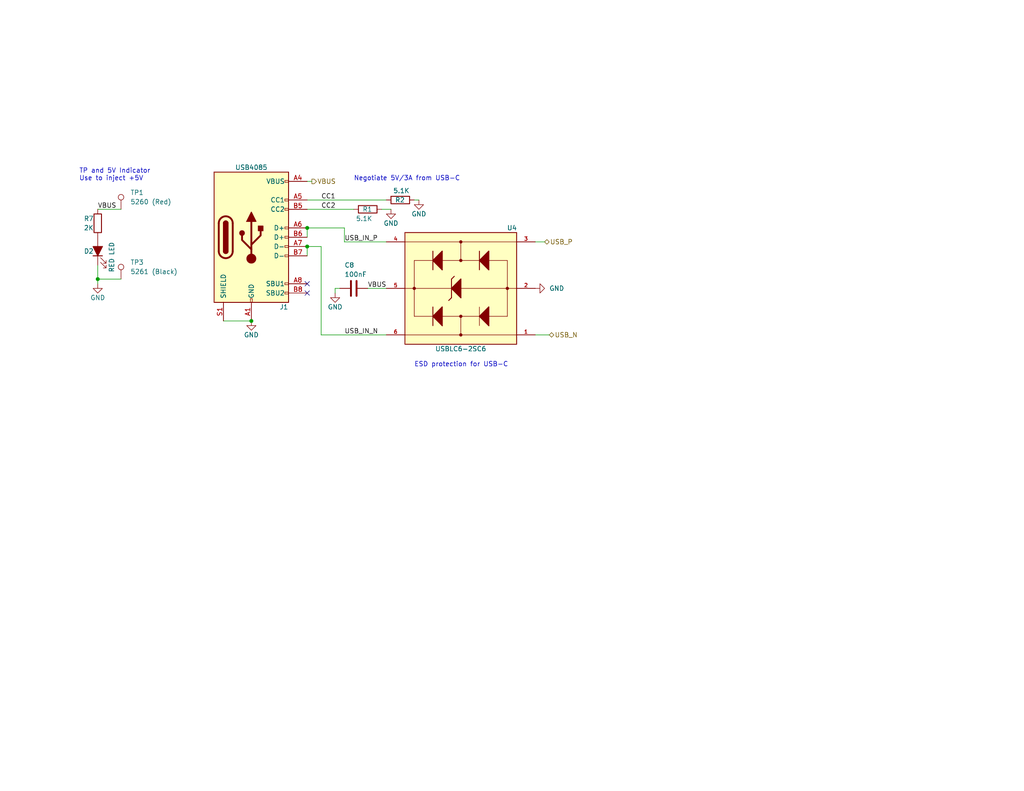
<source format=kicad_sch>
(kicad_sch (version 20230121) (generator eeschema)
  (paper "USLetter")
  (title_block (title "RGB LED Driver Demo Board") (date "2024-01-01") (rev "A01") (company "The Art and Science of PCB Design"))
  (lib_symbols
    (symbol "Connector:TestPoint" (pin_numbers hide) (pin_names (offset 0.762) hide)
      (property "Reference" "TP" (at 0 6.858 0))
      (property "Value" "TestPoint" (at 0 5.08 0))
      (symbol "TestPoint_0_1"
        (circle (center 0 3.302) (radius 0.762))
      )
      (symbol "TestPoint_1_1"
        (pin passive line (at 0 0 90) (length 2.54) (name "1") (number "1"))
      )
    )
    (symbol "Connector:USB_C_Receptacle_USB2.0" (pin_names (offset 1.016))
      (property "Reference" "J" (at -10.16 19.05 0))
      (property "Value" "USB_C_Receptacle_USB2.0" (at 19.05 19.05 0))
      (symbol "USB_C_Receptacle_USB2.0_0_0"
        (rectangle (start -0.254 -17.78) (end 0.254 -16.764))
        (rectangle (start 10.16 -14.986) (end 9.144 -15.494))
        (rectangle (start 10.16 -12.446) (end 9.144 -12.954))
        (rectangle (start 10.16 -4.826) (end 9.144 -5.334))
        (rectangle (start 10.16 -2.286) (end 9.144 -2.794))
        (rectangle (start 10.16 0.254) (end 9.144 -0.254))
        (rectangle (start 10.16 2.794) (end 9.144 2.286))
        (rectangle (start 10.16 7.874) (end 9.144 7.366))
        (rectangle (start 10.16 10.414) (end 9.144 9.906))
        (rectangle (start 10.16 15.494) (end 9.144 14.986))
      )
      (symbol "USB_C_Receptacle_USB2.0_0_1"
        (rectangle (start -10.16 17.78) (end 10.16 -17.78) (stroke (width 0.254)) (fill (type background)))
        (arc (start -8.89 -3.81) (mid -6.985 -5.7067) (end -5.08 -3.81) (stroke (width 0.508)))
        (arc (start -7.62 -3.81) (mid -6.985 -4.4423) (end -6.35 -3.81) (stroke (width 0.254)))
        (arc (start -7.62 -3.81) (mid -6.985 -4.4423) (end -6.35 -3.81) (stroke (width 0.254)) (fill (type outline)))
        (rectangle (start -7.62 -3.81) (end -6.35 3.81) (stroke (width 0.254)) (fill (type outline)))
        (arc (start -6.35 3.81) (mid -6.985 4.4423) (end -7.62 3.81) (stroke (width 0.254)))
        (arc (start -6.35 3.81) (mid -6.985 4.4423) (end -7.62 3.81) (stroke (width 0.254)) (fill (type outline)))
        (arc (start -5.08 3.81) (mid -6.985 5.7067) (end -8.89 3.81) (stroke (width 0.508)))
        (circle (center -2.54 1.143) (radius 0.635) (stroke (width 0.254)) (fill (type outline)))
        (circle (center 0 -5.842) (radius 1.27) (fill (type outline)))
        (polyline (pts (xy -8.89 -3.81) (xy -8.89 3.81)) (stroke (width 0.508)))
        (polyline (pts (xy -5.08 3.81) (xy -5.08 -3.81)) (stroke (width 0.508)))
        (polyline (pts (xy 0 -5.842) (xy 0 4.318)) (stroke (width 0.508)))
        (polyline (pts (xy 0 -3.302) (xy -2.54 -0.762) (xy -2.54 0.508)) (stroke (width 0.508)))
        (polyline (pts (xy 0 -2.032) (xy 2.54 0.508) (xy 2.54 1.778)) (stroke (width 0.508)))
        (polyline (pts (xy -1.27 4.318) (xy 0 6.858) (xy 1.27 4.318) (xy -1.27 4.318)) (stroke (width 0.254)) (fill (type outline)))
        (rectangle (start 1.905 1.778) (end 3.175 3.048) (stroke (width 0.254)) (fill (type outline)))
      )
      (symbol "USB_C_Receptacle_USB2.0_1_1"
        (pin passive line (at 0 -22.86 90) (length 5.08) (name "GND") (number "A1"))
        (pin passive line (at 0 -22.86 90) (length 5.08) hide (name "GND") (number "A12"))
        (pin passive line (at 15.24 15.24 180) (length 5.08) (name "VBUS") (number "A4"))
        (pin bidirectional line (at 15.24 10.16 180) (length 5.08) (name "CC1") (number "A5"))
        (pin bidirectional line (at 15.24 2.54 180) (length 5.08) (name "D+") (number "A6"))
        (pin bidirectional line (at 15.24 -2.54 180) (length 5.08) (name "D-") (number "A7"))
        (pin bidirectional line (at 15.24 -12.7 180) (length 5.08) (name "SBU1") (number "A8"))
        (pin passive line (at 15.24 15.24 180) (length 5.08) hide (name "VBUS") (number "A9"))
        (pin passive line (at 0 -22.86 90) (length 5.08) hide (name "GND") (number "B1"))
        (pin passive line (at 0 -22.86 90) (length 5.08) hide (name "GND") (number "B12"))
        (pin passive line (at 15.24 15.24 180) (length 5.08) hide (name "VBUS") (number "B4"))
        (pin bidirectional line (at 15.24 7.62 180) (length 5.08) (name "CC2") (number "B5"))
        (pin bidirectional line (at 15.24 0 180) (length 5.08) (name "D+") (number "B6"))
        (pin bidirectional line (at 15.24 -5.08 180) (length 5.08) (name "D-") (number "B7"))
        (pin bidirectional line (at 15.24 -15.24 180) (length 5.08) (name "SBU2") (number "B8"))
        (pin passive line (at 15.24 15.24 180) (length 5.08) hide (name "VBUS") (number "B9"))
        (pin passive line (at -7.62 -22.86 90) (length 5.08) (name "SHIELD") (number "S1"))
      )
    )
    (symbol "Device:C" (pin_numbers hide) (pin_names (offset 0.254))
      (property "Reference" "C" (at 0.635 2.54 0))
      (property "Value" "C" (at 0.635 -2.54 0))
      (symbol "C_0_1"
        (polyline (pts (xy -2.032 -0.762) (xy 2.032 -0.762)) (stroke (width 0.508)))
        (polyline (pts (xy -2.032 0.762) (xy 2.032 0.762)) (stroke (width 0.508)))
      )
      (symbol "C_1_1"
        (pin passive line (at 0 3.81 270) (length 2.794) (name "~") (number "1"))
        (pin passive line (at 0 -3.81 90) (length 2.794) (name "~") (number "2"))
      )
    )
    (symbol "Device:LED_Filled" (pin_numbers hide) (pin_names (offset 1.016) hide)
      (property "Reference" "D" (at 0 2.54 0))
      (property "Value" "LED_Filled" (at 0 -2.54 0))
      (symbol "LED_Filled_0_1"
        (polyline (pts (xy -1.27 -1.27) (xy -1.27 1.27)) (stroke (width 0.254)))
        (polyline (pts (xy -1.27 0) (xy 1.27 0)))
        (polyline (pts (xy 1.27 -1.27) (xy 1.27 1.27) (xy -1.27 0) (xy 1.27 -1.27)) (stroke (width 0.254)) (fill (type outline)))
        (polyline (pts (xy -3.048 -0.762) (xy -4.572 -2.286) (xy -3.81 -2.286) (xy -4.572 -2.286) (xy -4.572 -1.524)))
        (polyline (pts (xy -1.778 -0.762) (xy -3.302 -2.286) (xy -2.54 -2.286) (xy -3.302 -2.286) (xy -3.302 -1.524)))
      )
      (symbol "LED_Filled_1_1"
        (pin passive line (at -3.81 0 0) (length 2.54) (name "K") (number "1"))
        (pin passive line (at 3.81 0 180) (length 2.54) (name "A") (number "2"))
      )
    )
    (symbol "Device:R" (pin_numbers hide) (pin_names (offset 0))
      (property "Reference" "R" (at 2.032 0 90))
      (property "Value" "R" (at 0 0 90))
      (symbol "R_0_1"
        (rectangle (start -1.016 -2.54) (end 1.016 2.54) (stroke (width 0.254)))
      )
      (symbol "R_1_1"
        (pin passive line (at 0 3.81 270) (length 1.27) (name "~") (number "1"))
        (pin passive line (at 0 -3.81 90) (length 1.27) (name "~") (number "2"))
      )
    )
    (symbol "USBLC6-2SC6:USBLC6-2SC6" (pin_names (offset 1.016))
      (property "Reference" "U" (at -15.2693 17.8093 0))
      (property "Value" "USBLC6-2SC6" (at -15.2559 -17.7959 0))
      (symbol "USBLC6-2SC6_0_0"
        (rectangle (start -15.24 -15.24) (end 15.24 15.24) (stroke (width 0.254)) (fill (type background)))
        (circle (center -12.7 0) (radius 0.254) (stroke (width 0.381)))
        (circle (center 0 -12.7) (radius 0.254) (stroke (width 0.381)))
        (circle (center 0 -7.62) (radius 0.254) (stroke (width 0.381)))
        (polyline (pts (xy -15.24 -12.7) (xy 0 -12.7)) (stroke (width 0.1524)))
        (polyline (pts (xy -15.24 12.7) (xy 0 12.7)) (stroke (width 0.1524)))
        (polyline (pts (xy -12.7 -7.62) (xy -7.62 -7.62)) (stroke (width 0.1524)))
        (polyline (pts (xy -12.7 0) (xy -15.24 0)) (stroke (width 0.1524)))
        (polyline (pts (xy -12.7 0) (xy -12.7 -7.62)) (stroke (width 0.1524)))
        (polyline (pts (xy -12.7 0) (xy 0 0)) (stroke (width 0.1524)))
        (polyline (pts (xy -12.7 7.62) (xy -12.7 0)) (stroke (width 0.1524)))
        (polyline (pts (xy -12.7 7.62) (xy -7.62 7.62)) (stroke (width 0.1524)))
        (polyline (pts (xy -7.62 -10.16) (xy -7.62 -7.62)) (stroke (width 0.254)))
        (polyline (pts (xy -7.62 -7.62) (xy -7.62 -5.08)) (stroke (width 0.254)))
        (polyline (pts (xy -7.62 -5.08) (xy -5.08 -7.62)) (stroke (width 0.254)))
        (polyline (pts (xy -7.62 5.08) (xy -7.62 7.62)) (stroke (width 0.254)))
        (polyline (pts (xy -7.62 7.62) (xy -7.62 10.16)) (stroke (width 0.254)))
        (polyline (pts (xy -7.62 10.16) (xy -5.08 7.62)) (stroke (width 0.254)))
        (polyline (pts (xy -5.08 -7.62) (xy -7.62 -10.16)) (stroke (width 0.254)))
        (polyline (pts (xy -5.08 -7.62) (xy -5.08 -10.16)) (stroke (width 0.254)))
        (polyline (pts (xy -5.08 -7.62) (xy 0 -7.62)) (stroke (width 0.1524)))
        (polyline (pts (xy -5.08 -5.08) (xy -5.08 -7.62)) (stroke (width 0.254)))
        (polyline (pts (xy -5.08 7.62) (xy -7.62 5.08)) (stroke (width 0.254)))
        (polyline (pts (xy -5.08 7.62) (xy -5.08 5.08)) (stroke (width 0.1524)))
        (polyline (pts (xy -5.08 7.62) (xy 0 7.62)) (stroke (width 0.1524)))
        (polyline (pts (xy -5.08 10.16) (xy -5.08 7.62)) (stroke (width 0.1524)))
        (polyline (pts (xy 0 -7.62) (xy 0 -12.7)) (stroke (width 0.1524)))
        (polyline (pts (xy 0 -7.62) (xy 5.08 -7.62)) (stroke (width 0.1524)))
        (polyline (pts (xy 0 -2.54) (xy 0 0)) (stroke (width 0.254)))
        (polyline (pts (xy 0 0) (xy 0 2.54)) (stroke (width 0.254)))
        (polyline (pts (xy 0 2.54) (xy 2.54 0)) (stroke (width 0.254)))
        (polyline (pts (xy 0 7.62) (xy 0 12.7)) (stroke (width 0.1524)))
        (polyline (pts (xy 0 7.62) (xy 5.08 7.62)) (stroke (width 0.1524)))
        (polyline (pts (xy 0 12.7) (xy 15.24 12.7)) (stroke (width 0.1524)))
        (polyline (pts (xy 2.54 -2.54) (xy 1.778 -3.302)) (stroke (width 0.254)))
        (polyline (pts (xy 2.54 0) (xy 0 -2.54)) (stroke (width 0.254)))
        (polyline (pts (xy 2.54 0) (xy 12.7 0)) (stroke (width 0.1524)))
        (polyline (pts (xy 2.54 2.54) (xy 2.54 -2.54)) (stroke (width 0.254)))
        (polyline (pts (xy 2.54 2.54) (xy 3.302 3.302)) (stroke (width 0.254)))
        (polyline (pts (xy 5.08 -10.16) (xy 5.08 -7.62)) (stroke (width 0.254)))
        (polyline (pts (xy 5.08 -7.62) (xy 5.08 -5.08)) (stroke (width 0.254)))
        (polyline (pts (xy 5.08 -5.08) (xy 7.62 -7.62)) (stroke (width 0.254)))
        (polyline (pts (xy 5.08 5.08) (xy 5.08 7.62)) (stroke (width 0.254)))
        (polyline (pts (xy 5.08 7.62) (xy 5.08 10.16)) (stroke (width 0.254)))
        (polyline (pts (xy 5.08 10.16) (xy 7.62 7.62)) (stroke (width 0.254)))
        (polyline (pts (xy 7.62 -7.62) (xy 5.08 -10.16)) (stroke (width 0.254)))
        (polyline (pts (xy 7.62 -7.62) (xy 7.62 -10.16)) (stroke (width 0.254)))
        (polyline (pts (xy 7.62 -7.62) (xy 12.7 -7.62)) (stroke (width 0.1524)))
        (polyline (pts (xy 7.62 -5.08) (xy 7.62 -7.62)) (stroke (width 0.254)))
        (polyline (pts (xy 7.62 7.62) (xy 5.08 5.08)) (stroke (width 0.254)))
        (polyline (pts (xy 7.62 7.62) (xy 7.62 5.08)) (stroke (width 0.254)))
        (polyline (pts (xy 7.62 7.62) (xy 12.7 7.62)) (stroke (width 0.1524)))
        (polyline (pts (xy 7.62 10.16) (xy 7.62 7.62)) (stroke (width 0.254)))
        (polyline (pts (xy 12.7 0) (xy 12.7 -7.62)) (stroke (width 0.1524)))
        (polyline (pts (xy 12.7 0) (xy 15.24 0)) (stroke (width 0.1524)))
        (polyline (pts (xy 12.7 7.62) (xy 12.7 0)) (stroke (width 0.1524)))
        (polyline (pts (xy 15.24 -12.7) (xy 0 -12.7)) (stroke (width 0.1524)))
        (polyline (pts (xy -7.62 -5.08) (xy -7.62 -10.16) (xy -5.08 -7.62) (xy -7.62 -5.08)) (stroke (width 0.254)) (fill (type outline)))
        (polyline (pts (xy -7.62 10.16) (xy -7.62 5.08) (xy -5.08 7.62) (xy -7.62 10.16)) (stroke (width 0.254)) (fill (type outline)))
        (polyline (pts (xy 0 2.54) (xy 0 -2.54) (xy 2.54 0) (xy 0 2.54)) (stroke (width 0.254)) (fill (type outline)))
        (polyline (pts (xy 5.08 -5.08) (xy 5.08 -10.16) (xy 7.62 -7.62) (xy 5.08 -5.08)) (stroke (width 0.254)) (fill (type outline)))
        (polyline (pts (xy 5.08 10.16) (xy 5.08 5.08) (xy 7.62 7.62) (xy 5.08 10.16)) (stroke (width 0.254)) (fill (type outline)))
        (circle (center 0 7.62) (radius 0.254) (stroke (width 0.381)))
        (circle (center 0 12.7) (radius 0.254) (stroke (width 0.381)))
        (circle (center 12.7 0) (radius 0.254) (stroke (width 0.381)))
        (pin bidirectional line (at -20.32 12.7 0) (length 5.08) (name "~") (number "1"))
        (pin power_in line (at -20.32 0 0) (length 5.08) (name "~") (number "2"))
        (pin bidirectional line (at -20.32 -12.7 0) (length 5.08) (name "~") (number "3"))
        (pin bidirectional line (at 20.32 -12.7 180) (length 5.08) (name "~") (number "4"))
        (pin power_in line (at 20.32 0 180) (length 5.08) (name "~") (number "5"))
        (pin bidirectional line (at 20.32 12.7 180) (length 5.08) (name "~") (number "6"))
      )
    )
    (symbol "power:GND" (power) (pin_names (offset 0))
      (property "Value" "GND" (at 0 -3.81 0))
      (symbol "GND_0_1"
        (polyline (pts (xy 0 0) (xy 0 -1.27) (xy 1.27 -1.27) (xy 0 -2.54) (xy -1.27 -1.27) (xy 0 -1.27)))
      )
      (symbol "GND_1_1"
        (pin power_in line (at 0 0 270) (length 0) hide (name "GND") (number "1"))
      )
    )
  )
  (junction (at 83.82 62.23))
  (junction (at 26.67 76.2))
  (junction (at 68.58 87.63))
  (junction (at 83.82 67.31))
  (no_connect (at 83.82 77.47))
  (no_connect (at 83.82 80.01))
  (wire (pts (xy 83.82 62.23) (xy 83.82 64.77)))
  (wire (pts (xy 106.68 57.15) (xy 104.14 57.15)))
  (wire (pts (xy 91.44 80.01) (xy 91.44 78.74)))
  (wire (pts (xy 83.82 49.53) (xy 85.09 49.53)))
  (wire (pts (xy 83.82 62.23) (xy 93.98 62.23)))
  (wire (pts (xy 83.82 54.61) (xy 105.41 54.61)))
  (wire (pts (xy 146.05 66.04) (xy 148.59 66.04)))
  (wire (pts (xy 87.63 67.31) (xy 87.63 91.44)))
  (wire (pts (xy 91.44 78.74) (xy 92.71 78.74)))
  (wire (pts (xy 146.05 91.44) (xy 149.86 91.44)))
  (wire (pts (xy 87.63 91.44) (xy 105.41 91.44)))
  (wire (pts (xy 93.98 66.04) (xy 105.41 66.04)))
  (wire (pts (xy 26.67 76.2) (xy 33.02 76.2)))
  (wire (pts (xy 60.96 87.63) (xy 68.58 87.63)))
  (wire (pts (xy 93.98 62.23) (xy 93.98 66.04)))
  (wire (pts (xy 83.82 57.15) (xy 96.52 57.15)))
  (wire (pts (xy 26.67 57.15) (xy 33.02 57.15)))
  (wire (pts (xy 83.82 67.31) (xy 83.82 69.85)))
  (wire (pts (xy 26.67 76.2) (xy 26.67 77.47)))
  (wire (pts (xy 26.67 72.39) (xy 26.67 76.2)))
  (wire (pts (xy 100.33 78.74) (xy 105.41 78.74)))
  (wire (pts (xy 113.03 54.61) (xy 114.3 54.61)))
  (wire (pts (xy 83.82 67.31) (xy 87.63 67.31)))
  (text "TP and 5V Indicator\nUse to inject +5V" (at 21.59 49.53 0) (effects (font (size 1.27 1.27)) (justify left bottom)))
  (text "ESD protection for USB-C" (at 113.03 100.33 0) (effects (font (size 1.27 1.27)) (justify left bottom)))
  (text "Negotiate 5V/3A from USB-C" (at 96.52 49.53 0) (effects (font (size 1.27 1.27)) (justify left bottom)))
  (label "VBUS" (at 26.67 57.15 0))
  (label "VBUS" (at 100.33 78.74 0))
  (label "USB_IN_N" (at 93.98 91.44 0))
  (label "CC1" (at 87.63 54.61 0))
  (label "USB_IN_P" (at 93.98 66.04 0))
  (label "CC2" (at 87.63 57.15 0))
  (hierarchical_label "VBUS" (shape output) (at 85.09 49.53 0))
  (hierarchical_label "USB_N" (shape bidirectional) (at 149.86 91.44 0))
  (hierarchical_label "USB_P" (shape bidirectional) (at 148.59 66.04 0))
  (symbol (lib_id "Device:LED_Filled") (at 26.67 68.58 90) (unit 1)
    (property "Reference" "D2" (at 22.86 68.58 90) (effects (justify right)))
    (property "Value" "RED LED" (at 30.48 66.04 0) (effects (justify right)))
    (property "Footprint" "LED_SMD:LED_0805_2012Metric_Pad1.15x1.40mm_HandSolder" (effects hide))
    (property "Digikey PN" "160-1427-1-ND" (effects hide))
    (property "MPN" "LTST-C171KRKT" (effects hide))
  )
  (symbol (lib_id "Device:R") (at 26.67 60.96 0) (unit 1)
    (property "Reference" "R7" (at 22.86 59.69 0) (effects (justify left)))
    (property "Value" "2K" (at 22.86 62.23 0) (effects (justify left)))
    (property "Footprint" "Resistor_SMD:R_0805_2012Metric_Pad1.20x1.40mm_HandSolder" (effects hide))
    (property "Digikey PN" "RMCF0805FT2K00CT-ND" (effects hide))
    (property "MPN" "RMCF0805FT2K00" (effects hide))
  )
  (symbol (lib_id "Device:C") (at 96.52 78.74 270) (unit 1)
    (property "Reference" "C8" (at 93.98 72.39 90) (effects (justify left)))
    (property "Value" "100nF" (at 93.98 74.93 90) (effects (justify left)))
    (property "Footprint" "Capacitor_SMD:C_0805_2012Metric_Pad1.18x1.45mm_HandSolder" (effects hide))
    (property "Datasheet" "https://connect.kemet.com:7667/gateway/IntelliData-ComponentDocumentation/1.0/download/datasheet/C0603C104K5RECAUTO" (effects hide))
    (property "Digikey PN" "1276-1003-1-ND" (effects hide))
    (property "MPN" "CL21B104KBCNNNC" (effects hide))
  )
  (symbol (lib_id "power:GND") (at 114.3 54.61 0) (unit 1)
    (property "Reference" "#PWR02" (effects hide))
    (property "Value" "GND" (at 114.3 58.42 0))
  )
  (symbol (lib_id "power:GND") (at 146.05 78.74 90) (unit 1)
    (property "Reference" "#PWR015" (effects hide))
    (property "Value" "GND" (at 149.86 78.74 90) (effects (justify right)))
  )
  (symbol (lib_id "Connector:TestPoint") (at 33.02 76.2 0) (unit 1)
    (property "Reference" "TP3" (at 35.56 71.628 0) (effects (justify left)))
    (property "Value" "5261 (Black)" (at 35.56 74.168 0) (effects (justify left)))
    (property "Footprint" "TestPoint:TestPoint_Keystone_5000-5004_Miniature" (effects hide))
    (property "Datasheet" "https://www.digikey.com/en/products/detail/keystone-electronics/5280/12751667" (effects hide))
    (property "Digikey PN" "36-5261-ND" (effects hide))
    (property "MPN" "5261" (effects hide))
  )
  (symbol (lib_id "power:GND") (at 106.68 57.15 0) (unit 1)
    (property "Reference" "#PWR01" (effects hide))
    (property "Value" "GND" (at 106.68 60.96 0))
  )
  (symbol (lib_id "Connector:TestPoint") (at 33.02 57.15 0) (unit 1)
    (property "Reference" "TP1" (at 35.56 52.578 0) (effects (justify left)))
    (property "Value" "5260 (Red)" (at 35.56 55.118 0) (effects (justify left)))
    (property "Footprint" "TestPoint:TestPoint_Keystone_5000-5004_Miniature" (effects hide))
    (property "Datasheet" "https://www.digikey.com/en/products/detail/keystone-electronics/5280/12751667" (effects hide))
    (property "Digikey PN" "36-5260-ND" (effects hide))
    (property "MPN" "5260" (effects hide))
  )
  (symbol (lib_id "power:GND") (at 91.44 80.01 0) (unit 1)
    (property "Reference" "#PWR017" (effects hide))
    (property "Value" "GND" (at 91.44 83.82 0))
  )
  (symbol (lib_id "power:GND") (at 26.67 77.47 0) (unit 1)
    (property "Reference" "#PWR06" (effects hide))
    (property "Value" "GND" (at 26.67 81.28 0))
  )
  (symbol (lib_id "USBLC6-2SC6:USBLC6-2SC6") (at 125.73 78.74 180) (unit 1)
    (property "Reference" "U4" (at 139.7 62.23 0))
    (property "Value" "USBLC6-2SC6" (at 125.73 95.25 0))
    (property "Footprint" "Package_TO_SOT_SMD:SOT-23-6_Handsoldering" (effects hide))
    (property "Digikey PN" "497-5235-1-ND" (effects hide))
    (property "MPN" "USBLC6-2SC6" (effects hide))
  )
  (symbol (lib_id "power:GND") (at 68.58 87.63 0) (unit 1)
    (property "Reference" "#PWR03" (effects hide))
    (property "Value" "GND" (at 68.58 91.44 0))
  )
  (symbol (lib_id "Device:R") (at 100.33 57.15 90) (unit 1)
    (property "Reference" "R1" (at 101.6 57.15 90) (effects (justify left)))
    (property "Value" "5.1K" (at 101.6 59.69 90) (effects (justify left)))
    (property "Footprint" "Resistor_SMD:R_0805_2012Metric_Pad1.20x1.40mm_HandSolder" (effects hide))
    (property "Digikey PN" "RMCF0805FT5K10CT-ND" (effects hide))
    (property "MPN" "RMCF0805FT5K10" (effects hide))
  )
  (symbol (lib_id "Device:R") (at 109.22 54.61 90) (unit 1)
    (property "Reference" "R2" (at 110.49 54.61 90) (effects (justify left)))
    (property "Value" "5.1K" (at 111.76 52.07 90) (effects (justify left)))
    (property "Footprint" "Resistor_SMD:R_0805_2012Metric_Pad1.20x1.40mm_HandSolder" (effects hide))
    (property "Digikey PN" "RMCF0805FT5K10CT-ND" (effects hide))
    (property "MPN" "RMCF0805FT5K10" (effects hide))
  )
  (symbol (lib_id "Connector:USB_C_Receptacle_USB2.0") (at 68.58 64.77 0) (unit 1)
    (property "Reference" "J1" (at 77.47 83.82 0))
    (property "Value" "USB4085" (at 68.58 45.72 0))
    (property "Footprint" "Connector_USB:USB_C_Receptacle_GCT_USB4085" (effects hide))
    (property "Datasheet" "https://www.usb.org/sites/default/files/documents/usb_type-c.zip" (effects hide))
    (property "Digikey PN" "2073-USB4085-GF-ACT-ND" (effects hide))
    (property "MPN" "USB4085-GF-A" (effects hide))
  )
)
</source>
